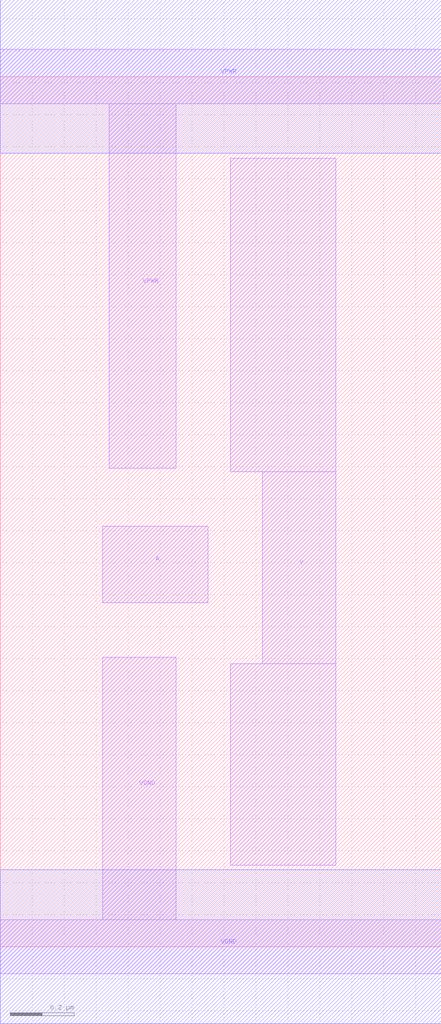
<source format=lef>
# Copyright 2020 The SkyWater PDK Authors
#
# Licensed under the Apache License, Version 2.0 (the "License");
# you may not use this file except in compliance with the License.
# You may obtain a copy of the License at
#
#     https://www.apache.org/licenses/LICENSE-2.0
#
# Unless required by applicable law or agreed to in writing, software
# distributed under the License is distributed on an "AS IS" BASIS,
# WITHOUT WARRANTIES OR CONDITIONS OF ANY KIND, either express or implied.
# See the License for the specific language governing permissions and
# limitations under the License.
#
# SPDX-License-Identifier: Apache-2.0

VERSION 5.5 ;
NAMESCASESENSITIVE ON ;
BUSBITCHARS "[]" ;
DIVIDERCHAR "/" ;
MACRO sky130_fd_sc_hd__inv_1
  CLASS CORE ;
  SOURCE USER ;
  ORIGIN  0.000000  0.000000 ;
  SIZE  1.380000 BY  2.720000 ;
  SYMMETRY X Y R90 ;
  SITE unithd ;
  PIN A
    ANTENNAGATEAREA  0.247500 ;
    DIRECTION INPUT ;
    USE SIGNAL ;
    PORT
      LAYER li1 ;
        RECT 0.320000 1.075000 0.650000 1.315000 ;
    END
  END A
  PIN Y
    ANTENNADIFFAREA  0.429000 ;
    DIRECTION OUTPUT ;
    USE SIGNAL ;
    PORT
      LAYER li1 ;
        RECT 0.720000 0.255000 1.050000 0.885000 ;
        RECT 0.720000 1.485000 1.050000 2.465000 ;
        RECT 0.820000 0.885000 1.050000 1.485000 ;
    END
  END Y
  PIN VGND
    DIRECTION INOUT ;
    SHAPE ABUTMENT ;
    USE GROUND ;
    PORT
      LAYER li1 ;
        RECT 0.000000 -0.085000 1.380000 0.085000 ;
        RECT 0.320000  0.085000 0.550000 0.905000 ;
    END
    PORT
      LAYER met1 ;
        RECT 0.000000 -0.240000 1.380000 0.240000 ;
    END
  END VGND
  PIN VNB
    DIRECTION INOUT ;
    USE GROUND ;
    PORT
    END
  END VNB
  PIN VPB
    DIRECTION INOUT ;
    USE POWER ;
    PORT
    END
  END VPB
  PIN VPWR
    DIRECTION INOUT ;
    SHAPE ABUTMENT ;
    USE POWER ;
    PORT
      LAYER li1 ;
        RECT 0.000000 2.635000 1.380000 2.805000 ;
        RECT 0.340000 1.495000 0.550000 2.635000 ;
    END
    PORT
      LAYER met1 ;
        RECT 0.000000 2.480000 1.380000 2.960000 ;
    END
  END VPWR
  OBS
  END
END sky130_fd_sc_hd__inv_1
END LIBRARY

</source>
